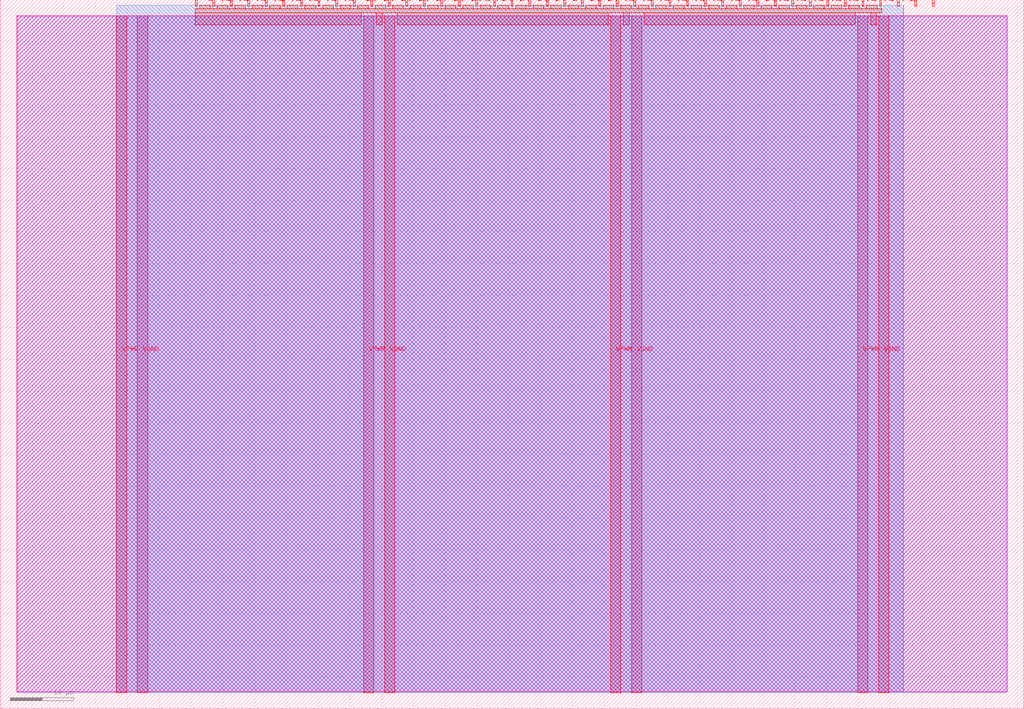
<source format=lef>
VERSION 5.7 ;
  NOWIREEXTENSIONATPIN ON ;
  DIVIDERCHAR "/" ;
  BUSBITCHARS "[]" ;
MACRO tt_um_wokwi_445163800203964417
  CLASS BLOCK ;
  FOREIGN tt_um_wokwi_445163800203964417 ;
  ORIGIN 0.000 0.000 ;
  SIZE 161.000 BY 111.520 ;
  PIN VGND
    DIRECTION INOUT ;
    USE GROUND ;
    PORT
      LAYER met4 ;
        RECT 21.580 2.480 23.180 109.040 ;
    END
    PORT
      LAYER met4 ;
        RECT 60.450 2.480 62.050 109.040 ;
    END
    PORT
      LAYER met4 ;
        RECT 99.320 2.480 100.920 109.040 ;
    END
    PORT
      LAYER met4 ;
        RECT 138.190 2.480 139.790 109.040 ;
    END
  END VGND
  PIN VPWR
    DIRECTION INOUT ;
    USE POWER ;
    PORT
      LAYER met4 ;
        RECT 18.280 2.480 19.880 109.040 ;
    END
    PORT
      LAYER met4 ;
        RECT 57.150 2.480 58.750 109.040 ;
    END
    PORT
      LAYER met4 ;
        RECT 96.020 2.480 97.620 109.040 ;
    END
    PORT
      LAYER met4 ;
        RECT 134.890 2.480 136.490 109.040 ;
    END
  END VPWR
  PIN clk
    DIRECTION INPUT ;
    USE SIGNAL ;
    PORT
      LAYER met4 ;
        RECT 143.830 110.520 144.130 111.520 ;
    END
  END clk
  PIN ena
    DIRECTION INPUT ;
    USE SIGNAL ;
    PORT
      LAYER met4 ;
        RECT 146.590 110.520 146.890 111.520 ;
    END
  END ena
  PIN rst_n
    DIRECTION INPUT ;
    USE SIGNAL ;
    PORT
      LAYER met4 ;
        RECT 141.070 110.520 141.370 111.520 ;
    END
  END rst_n
  PIN ui_in[0]
    DIRECTION INPUT ;
    USE SIGNAL ;
    ANTENNAGATEAREA 0.196500 ;
    PORT
      LAYER met4 ;
        RECT 138.310 110.520 138.610 111.520 ;
    END
  END ui_in[0]
  PIN ui_in[1]
    DIRECTION INPUT ;
    USE SIGNAL ;
    ANTENNAGATEAREA 0.196500 ;
    PORT
      LAYER met4 ;
        RECT 135.550 110.520 135.850 111.520 ;
    END
  END ui_in[1]
  PIN ui_in[2]
    DIRECTION INPUT ;
    USE SIGNAL ;
    ANTENNAGATEAREA 0.196500 ;
    PORT
      LAYER met4 ;
        RECT 132.790 110.520 133.090 111.520 ;
    END
  END ui_in[2]
  PIN ui_in[3]
    DIRECTION INPUT ;
    USE SIGNAL ;
    ANTENNAGATEAREA 0.196500 ;
    PORT
      LAYER met4 ;
        RECT 130.030 110.520 130.330 111.520 ;
    END
  END ui_in[3]
  PIN ui_in[4]
    DIRECTION INPUT ;
    USE SIGNAL ;
    PORT
      LAYER met4 ;
        RECT 127.270 110.520 127.570 111.520 ;
    END
  END ui_in[4]
  PIN ui_in[5]
    DIRECTION INPUT ;
    USE SIGNAL ;
    PORT
      LAYER met4 ;
        RECT 124.510 110.520 124.810 111.520 ;
    END
  END ui_in[5]
  PIN ui_in[6]
    DIRECTION INPUT ;
    USE SIGNAL ;
    PORT
      LAYER met4 ;
        RECT 121.750 110.520 122.050 111.520 ;
    END
  END ui_in[6]
  PIN ui_in[7]
    DIRECTION INPUT ;
    USE SIGNAL ;
    PORT
      LAYER met4 ;
        RECT 118.990 110.520 119.290 111.520 ;
    END
  END ui_in[7]
  PIN uio_in[0]
    DIRECTION INPUT ;
    USE SIGNAL ;
    PORT
      LAYER met4 ;
        RECT 116.230 110.520 116.530 111.520 ;
    END
  END uio_in[0]
  PIN uio_in[1]
    DIRECTION INPUT ;
    USE SIGNAL ;
    PORT
      LAYER met4 ;
        RECT 113.470 110.520 113.770 111.520 ;
    END
  END uio_in[1]
  PIN uio_in[2]
    DIRECTION INPUT ;
    USE SIGNAL ;
    PORT
      LAYER met4 ;
        RECT 110.710 110.520 111.010 111.520 ;
    END
  END uio_in[2]
  PIN uio_in[3]
    DIRECTION INPUT ;
    USE SIGNAL ;
    PORT
      LAYER met4 ;
        RECT 107.950 110.520 108.250 111.520 ;
    END
  END uio_in[3]
  PIN uio_in[4]
    DIRECTION INPUT ;
    USE SIGNAL ;
    PORT
      LAYER met4 ;
        RECT 105.190 110.520 105.490 111.520 ;
    END
  END uio_in[4]
  PIN uio_in[5]
    DIRECTION INPUT ;
    USE SIGNAL ;
    PORT
      LAYER met4 ;
        RECT 102.430 110.520 102.730 111.520 ;
    END
  END uio_in[5]
  PIN uio_in[6]
    DIRECTION INPUT ;
    USE SIGNAL ;
    PORT
      LAYER met4 ;
        RECT 99.670 110.520 99.970 111.520 ;
    END
  END uio_in[6]
  PIN uio_in[7]
    DIRECTION INPUT ;
    USE SIGNAL ;
    PORT
      LAYER met4 ;
        RECT 96.910 110.520 97.210 111.520 ;
    END
  END uio_in[7]
  PIN uio_oe[0]
    DIRECTION OUTPUT ;
    USE SIGNAL ;
    PORT
      LAYER met4 ;
        RECT 49.990 110.520 50.290 111.520 ;
    END
  END uio_oe[0]
  PIN uio_oe[1]
    DIRECTION OUTPUT ;
    USE SIGNAL ;
    PORT
      LAYER met4 ;
        RECT 47.230 110.520 47.530 111.520 ;
    END
  END uio_oe[1]
  PIN uio_oe[2]
    DIRECTION OUTPUT ;
    USE SIGNAL ;
    PORT
      LAYER met4 ;
        RECT 44.470 110.520 44.770 111.520 ;
    END
  END uio_oe[2]
  PIN uio_oe[3]
    DIRECTION OUTPUT ;
    USE SIGNAL ;
    PORT
      LAYER met4 ;
        RECT 41.710 110.520 42.010 111.520 ;
    END
  END uio_oe[3]
  PIN uio_oe[4]
    DIRECTION OUTPUT ;
    USE SIGNAL ;
    PORT
      LAYER met4 ;
        RECT 38.950 110.520 39.250 111.520 ;
    END
  END uio_oe[4]
  PIN uio_oe[5]
    DIRECTION OUTPUT ;
    USE SIGNAL ;
    PORT
      LAYER met4 ;
        RECT 36.190 110.520 36.490 111.520 ;
    END
  END uio_oe[5]
  PIN uio_oe[6]
    DIRECTION OUTPUT ;
    USE SIGNAL ;
    PORT
      LAYER met4 ;
        RECT 33.430 110.520 33.730 111.520 ;
    END
  END uio_oe[6]
  PIN uio_oe[7]
    DIRECTION OUTPUT ;
    USE SIGNAL ;
    PORT
      LAYER met4 ;
        RECT 30.670 110.520 30.970 111.520 ;
    END
  END uio_oe[7]
  PIN uio_out[0]
    DIRECTION OUTPUT ;
    USE SIGNAL ;
    PORT
      LAYER met4 ;
        RECT 72.070 110.520 72.370 111.520 ;
    END
  END uio_out[0]
  PIN uio_out[1]
    DIRECTION OUTPUT ;
    USE SIGNAL ;
    PORT
      LAYER met4 ;
        RECT 69.310 110.520 69.610 111.520 ;
    END
  END uio_out[1]
  PIN uio_out[2]
    DIRECTION OUTPUT ;
    USE SIGNAL ;
    PORT
      LAYER met4 ;
        RECT 66.550 110.520 66.850 111.520 ;
    END
  END uio_out[2]
  PIN uio_out[3]
    DIRECTION OUTPUT ;
    USE SIGNAL ;
    PORT
      LAYER met4 ;
        RECT 63.790 110.520 64.090 111.520 ;
    END
  END uio_out[3]
  PIN uio_out[4]
    DIRECTION OUTPUT ;
    USE SIGNAL ;
    PORT
      LAYER met4 ;
        RECT 61.030 110.520 61.330 111.520 ;
    END
  END uio_out[4]
  PIN uio_out[5]
    DIRECTION OUTPUT ;
    USE SIGNAL ;
    PORT
      LAYER met4 ;
        RECT 58.270 110.520 58.570 111.520 ;
    END
  END uio_out[5]
  PIN uio_out[6]
    DIRECTION OUTPUT ;
    USE SIGNAL ;
    PORT
      LAYER met4 ;
        RECT 55.510 110.520 55.810 111.520 ;
    END
  END uio_out[6]
  PIN uio_out[7]
    DIRECTION OUTPUT ;
    USE SIGNAL ;
    PORT
      LAYER met4 ;
        RECT 52.750 110.520 53.050 111.520 ;
    END
  END uio_out[7]
  PIN uo_out[0]
    DIRECTION OUTPUT ;
    USE SIGNAL ;
    ANTENNADIFFAREA 0.445500 ;
    PORT
      LAYER met4 ;
        RECT 94.150 110.520 94.450 111.520 ;
    END
  END uo_out[0]
  PIN uo_out[1]
    DIRECTION OUTPUT ;
    USE SIGNAL ;
    ANTENNADIFFAREA 0.445500 ;
    PORT
      LAYER met4 ;
        RECT 91.390 110.520 91.690 111.520 ;
    END
  END uo_out[1]
  PIN uo_out[2]
    DIRECTION OUTPUT ;
    USE SIGNAL ;
    ANTENNADIFFAREA 0.445500 ;
    PORT
      LAYER met4 ;
        RECT 88.630 110.520 88.930 111.520 ;
    END
  END uo_out[2]
  PIN uo_out[3]
    DIRECTION OUTPUT ;
    USE SIGNAL ;
    PORT
      LAYER met4 ;
        RECT 85.870 110.520 86.170 111.520 ;
    END
  END uo_out[3]
  PIN uo_out[4]
    DIRECTION OUTPUT ;
    USE SIGNAL ;
    PORT
      LAYER met4 ;
        RECT 83.110 110.520 83.410 111.520 ;
    END
  END uo_out[4]
  PIN uo_out[5]
    DIRECTION OUTPUT ;
    USE SIGNAL ;
    PORT
      LAYER met4 ;
        RECT 80.350 110.520 80.650 111.520 ;
    END
  END uo_out[5]
  PIN uo_out[6]
    DIRECTION OUTPUT ;
    USE SIGNAL ;
    PORT
      LAYER met4 ;
        RECT 77.590 110.520 77.890 111.520 ;
    END
  END uo_out[6]
  PIN uo_out[7]
    DIRECTION OUTPUT ;
    USE SIGNAL ;
    PORT
      LAYER met4 ;
        RECT 74.830 110.520 75.130 111.520 ;
    END
  END uo_out[7]
  OBS
      LAYER nwell ;
        RECT 2.570 2.635 158.430 108.990 ;
      LAYER li1 ;
        RECT 2.760 2.635 158.240 108.885 ;
      LAYER met1 ;
        RECT 2.760 2.480 158.240 109.040 ;
      LAYER met2 ;
        RECT 18.310 2.535 142.050 110.685 ;
      LAYER met3 ;
        RECT 18.290 2.555 142.075 110.665 ;
      LAYER met4 ;
        RECT 31.370 110.120 33.030 110.665 ;
        RECT 34.130 110.120 35.790 110.665 ;
        RECT 36.890 110.120 38.550 110.665 ;
        RECT 39.650 110.120 41.310 110.665 ;
        RECT 42.410 110.120 44.070 110.665 ;
        RECT 45.170 110.120 46.830 110.665 ;
        RECT 47.930 110.120 49.590 110.665 ;
        RECT 50.690 110.120 52.350 110.665 ;
        RECT 53.450 110.120 55.110 110.665 ;
        RECT 56.210 110.120 57.870 110.665 ;
        RECT 58.970 110.120 60.630 110.665 ;
        RECT 61.730 110.120 63.390 110.665 ;
        RECT 64.490 110.120 66.150 110.665 ;
        RECT 67.250 110.120 68.910 110.665 ;
        RECT 70.010 110.120 71.670 110.665 ;
        RECT 72.770 110.120 74.430 110.665 ;
        RECT 75.530 110.120 77.190 110.665 ;
        RECT 78.290 110.120 79.950 110.665 ;
        RECT 81.050 110.120 82.710 110.665 ;
        RECT 83.810 110.120 85.470 110.665 ;
        RECT 86.570 110.120 88.230 110.665 ;
        RECT 89.330 110.120 90.990 110.665 ;
        RECT 92.090 110.120 93.750 110.665 ;
        RECT 94.850 110.120 96.510 110.665 ;
        RECT 97.610 110.120 99.270 110.665 ;
        RECT 100.370 110.120 102.030 110.665 ;
        RECT 103.130 110.120 104.790 110.665 ;
        RECT 105.890 110.120 107.550 110.665 ;
        RECT 108.650 110.120 110.310 110.665 ;
        RECT 111.410 110.120 113.070 110.665 ;
        RECT 114.170 110.120 115.830 110.665 ;
        RECT 116.930 110.120 118.590 110.665 ;
        RECT 119.690 110.120 121.350 110.665 ;
        RECT 122.450 110.120 124.110 110.665 ;
        RECT 125.210 110.120 126.870 110.665 ;
        RECT 127.970 110.120 129.630 110.665 ;
        RECT 130.730 110.120 132.390 110.665 ;
        RECT 133.490 110.120 135.150 110.665 ;
        RECT 136.250 110.120 137.910 110.665 ;
        RECT 30.655 109.440 138.625 110.120 ;
        RECT 30.655 107.615 56.750 109.440 ;
        RECT 59.150 107.615 60.050 109.440 ;
        RECT 62.450 107.615 95.620 109.440 ;
        RECT 98.020 107.615 98.920 109.440 ;
        RECT 101.320 107.615 134.490 109.440 ;
        RECT 136.890 107.615 137.790 109.440 ;
  END
END tt_um_wokwi_445163800203964417
END LIBRARY


</source>
